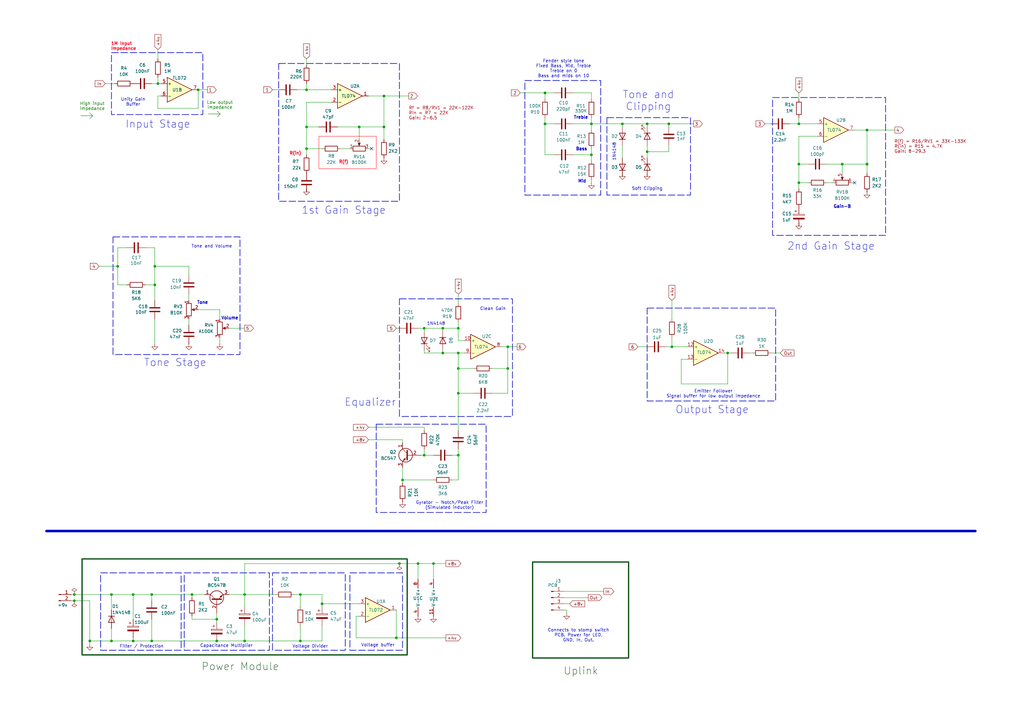
<source format=kicad_sch>
(kicad_sch (version 20231120) (generator "eeschema") (generator_version "8.0")
  (paper "A3")
  (lib_symbols
    (symbol "Amplifier_Operational:TL072" (pin_names (offset 0.127))
      (property "Reference" "U" (at 0 5.08 0))
      (property "Value" "TL072" (at 0 -5.08 0))
      (symbol "TL072_1_1"
        (pin output line (at 7.62 0 180) (length 2.54) (name "~") (number "1"))
        (pin input line (at -7.62 -2.54 0) (length 2.54) (name "-") (number "2"))
        (pin input line (at -7.62 2.54 0) (length 2.54) (name "+") (number "3"))
      )
      (symbol "TL072_2_1"
        (pin input line (at -7.62 2.54 0) (length 2.54) (name "+") (number "5"))
        (pin input line (at -7.62 -2.54 0) (length 2.54) (name "-") (number "6"))
        (pin output line (at 7.62 0 180) (length 2.54) (name "~") (number "7"))
      )
      (symbol "TL072_3_1"
        (pin power_in line (at -2.54 -7.62 90) (length 3.81) (name "V-") (number "4"))
        (pin power_in line (at -2.54 7.62 270) (length 3.81) (name "V+") (number "8"))
      )
    )
    (symbol "Amplifier_Operational:TL074" (pin_names (offset 0.127))
      (property "Reference" "U" (at 0 5.08 0))
      (property "Value" "TL074" (at 0 -5.08 0))
      (symbol "TL074_1_1"
        (pin output line (at 7.62 0 180) (length 2.54) (name "~") (number "1"))
        (pin input line (at -7.62 -2.54 0) (length 2.54) (name "-") (number "2"))
        (pin input line (at -7.62 2.54 0) (length 2.54) (name "+") (number "3"))
      )
      (symbol "TL074_2_1"
        (pin input line (at -7.62 2.54 0) (length 2.54) (name "+") (number "5"))
        (pin input line (at -7.62 -2.54 0) (length 2.54) (name "-") (number "6"))
        (pin output line (at 7.62 0 180) (length 2.54) (name "~") (number "7"))
      )
      (symbol "TL074_3_1"
        (pin input line (at -7.62 2.54 0) (length 2.54) (name "+") (number "10"))
        (pin output line (at 7.62 0 180) (length 2.54) (name "~") (number "8"))
        (pin input line (at -7.62 -2.54 0) (length 2.54) (name "-") (number "9"))
      )
      (symbol "TL074_4_1"
        (pin input line (at -7.62 2.54 0) (length 2.54) (name "+") (number "12"))
        (pin input line (at -7.62 -2.54 0) (length 2.54) (name "-") (number "13"))
        (pin output line (at 7.62 0 180) (length 2.54) (name "~") (number "14"))
      )
      (symbol "TL074_5_1"
        (pin power_in line (at -2.54 -7.62 90) (length 3.81) (name "V-") (number "11"))
        (pin power_in line (at -2.54 7.62 270) (length 3.81) (name "V+") (number "4"))
      )
    )
    (symbol "Connector:Conn_01x02_Pin" (pin_names (offset 1.016) hide)
      (property "Reference" "J" (at 0 2.54 0))
      (property "Value" "Conn_01x02_Pin" (at 0 -5.08 0))
      (symbol "Conn_01x02_Pin_1_1"
        (pin passive line (at 5.08 0 180) (length 3.81) (name "Pin_1") (number "1"))
        (pin passive line (at 5.08 -2.54 180) (length 3.81) (name "Pin_2") (number "2"))
      )
    )
    (symbol "Connector:Conn_01x04_Pin" (pin_names (offset 1.016) hide)
      (property "Reference" "J" (at 0 5.08 0))
      (property "Value" "Conn_01x04_Pin" (at 0 -7.62 0))
      (symbol "Conn_01x04_Pin_1_1"
        (pin passive line (at 5.08 2.54 180) (length 3.81) (name "Pin_1") (number "1"))
        (pin passive line (at 5.08 0 180) (length 3.81) (name "Pin_2") (number "2"))
        (pin passive line (at 5.08 -2.54 180) (length 3.81) (name "Pin_3") (number "3"))
        (pin passive line (at 5.08 -5.08 180) (length 3.81) (name "Pin_4") (number "4"))
      )
    )
    (symbol "Device:C" (pin_numbers hide) (pin_names (offset 0.254))
      (property "Reference" "C" (at 0.635 2.54 0))
      (property "Value" "C" (at 0.635 -2.54 0))
      (symbol "C_1_1"
        (pin passive line (at 0 3.81 270) (length 2.794) (name "~") (number "1"))
        (pin passive line (at 0 -3.81 90) (length 2.794) (name "~") (number "2"))
      )
    )
    (symbol "Device:C_Polarized" (pin_numbers hide) (pin_names (offset 0.254))
      (property "Reference" "C" (at 0.635 2.54 0))
      (property "Value" "C_Polarized" (at 0.635 -2.54 0))
      (symbol "C_Polarized_1_1"
        (pin passive line (at 0 3.81 270) (length 2.794) (name "~") (number "1"))
        (pin passive line (at 0 -3.81 90) (length 2.794) (name "~") (number "2"))
      )
    )
    (symbol "Device:D" (pin_numbers hide) (pin_names (offset 1.016) hide)
      (property "Reference" "D" (at 0 2.54 0))
      (property "Value" "D" (at 0 -2.54 0))
      (symbol "D_1_1"
        (pin passive line (at -3.81 0 0) (length 2.54) (name "K") (number "1"))
        (pin passive line (at 3.81 0 180) (length 2.54) (name "A") (number "2"))
      )
    )
    (symbol "Device:LED" (pin_numbers hide) (pin_names (offset 1.016) hide)
      (property "Reference" "D" (at 0 2.54 0))
      (property "Value" "LED" (at 0 -2.54 0))
      (symbol "LED_1_1"
        (pin passive line (at -3.81 0 0) (length 2.54) (name "K") (number "1"))
        (pin passive line (at 3.81 0 180) (length 2.54) (name "A") (number "2"))
      )
    )
    (symbol "Device:R" (pin_numbers hide) (pin_names (offset 0))
      (property "Reference" "R" (at 2.032 0 90))
      (property "Value" "R" (at 0 0 90))
      (symbol "R_1_1"
        (pin passive line (at 0 3.81 270) (length 1.27) (name "~") (number "1"))
        (pin passive line (at 0 -3.81 90) (length 1.27) (name "~") (number "2"))
      )
    )
    (symbol "Device:R_Potentiometer" (pin_names (offset 1.016) hide)
      (property "Reference" "RV" (at -4.445 0 90))
      (property "Value" "R_Potentiometer" (at -2.54 0 90))
      (symbol "R_Potentiometer_1_1"
        (pin passive line (at 0 3.81 270) (length 1.27) (name "1") (number "1"))
        (pin passive line (at 3.81 0 180) (length 1.27) (name "2") (number "2"))
        (pin passive line (at 0 -3.81 90) (length 1.27) (name "3") (number "3"))
      )
    )
    (symbol "Device:R_Potentiometer_Dual_Separate" (pin_names (offset 1.016) hide)
      (property "Reference" "RV" (at -4.445 0 90))
      (property "Value" "R_Potentiometer_Dual_Separate" (at -2.54 0 90))
      (symbol "R_Potentiometer_Dual_Separate_1_1"
        (pin passive line (at 0 3.81 270) (length 1.27) (name "1") (number "1"))
        (pin passive line (at 3.81 0 180) (length 1.27) (name "2") (number "2"))
        (pin passive line (at 0 -3.81 90) (length 1.27) (name "3") (number "3"))
      )
      (symbol "R_Potentiometer_Dual_Separate_2_1"
        (pin passive line (at 0 3.81 270) (length 1.27) (name "4") (number "4"))
        (pin passive line (at 3.81 0 180) (length 1.27) (name "5") (number "5"))
        (pin passive line (at 0 -3.81 90) (length 1.27) (name "6") (number "6"))
      )
    )
    (symbol "Diode:1N914" (pin_numbers hide) (pin_names hide)
      (property "Reference" "D" (at 0 2.54 0))
      (property "Value" "1N914" (at 0 -2.54 0))
      (symbol "1N914_1_1"
        (pin passive line (at -3.81 0 0) (length 2.54) (name "K") (number "1"))
        (pin passive line (at 3.81 0 180) (length 2.54) (name "A") (number "2"))
      )
    )
    (symbol "Transistor_BJT:BC547" (pin_names (offset 0) hide)
      (property "Reference" "Q" (at 5.08 1.905 0))
      (property "Value" "BC547" (at 5.08 0 0))
      (symbol "BC547_1_1"
        (pin passive line (at 2.54 5.08 270) (length 2.54) (name "C") (number "1"))
        (pin input line (at -5.08 0 0) (length 5.08) (name "B") (number "2"))
        (pin passive line (at 2.54 -5.08 90) (length 2.54) (name "E") (number "3"))
      )
    )
    (symbol "Transistor_BJT:BC549" (pin_names (offset 0) hide)
      (property "Reference" "Q" (at 5.08 1.905 0))
      (property "Value" "BC549" (at 5.08 0 0))
      (symbol "BC549_1_1"
        (pin passive line (at 2.54 5.08 270) (length 2.54) (name "C") (number "1"))
        (pin input line (at -5.08 0 0) (length 5.08) (name "B") (number "2"))
        (pin passive line (at 2.54 -5.08 90) (length 2.54) (name "E") (number "3"))
      )
    )
    (symbol "power:GND" (power) (pin_numbers hide) (pin_names (offset 0) hide)
      (property "Value" "GND" (at 0 -3.81 0))
      (symbol "GND_1_1"
        (pin power_in line (at 0 0 270) (length 0) (name "~") (number "1"))
      )
    )
    (symbol "power:PWR_FLAG" (power) (pin_numbers hide) (pin_names (offset 0) hide)
      (property "Value" "PWR_FLAG" (at 0 3.81 0))
      (symbol "PWR_FLAG_0_0"
        (pin power_out line (at 0 0 90) (length 0) (name "~") (number "1"))
      )
    )
  )
  (junction (at 177.8 231.14))
  (junction (at 125.73 60.96))
  (junction (at 275.59 142.24))
  (junction (at 355.6 67.31))
  (junction (at 327.66 67.31))
  (junction (at 255.27 50.8))
  (junction (at 274.32 50.8))
  (junction (at 63.5 116.84))
  (junction (at 45.72 243.84))
  (junction (at 327.66 50.8))
  (junction (at 171.45 231.14))
  (junction (at 88.9 254))
  (junction (at 125.73 52.07))
  (junction (at 181.61 134.62))
  (junction (at 242.57 63.5))
  (junction (at 355.6 53.34))
  (junction (at 157.48 39.37))
  (junction (at 173.99 186.69))
  (junction (at 173.99 134.62))
  (junction (at 242.57 50.8))
  (junction (at 54.61 262.89))
  (junction (at 78.74 243.84))
  (junction (at 208.28 142.24))
  (junction (at 163.83 231.14))
  (junction (at 36.83 262.89))
  (junction (at 62.23 243.84))
  (junction (at 123.19 243.84))
  (junction (at 187.96 186.69))
  (junction (at 187.96 144.78))
  (junction (at 223.52 38.1))
  (junction (at 181.61 144.78))
  (junction (at 48.26 109.22))
  (junction (at 147.32 52.07))
  (junction (at 265.43 50.8))
  (junction (at 62.23 262.89))
  (junction (at 265.43 62.23))
  (junction (at 298.45 144.78))
  (junction (at 157.48 52.07))
  (junction (at 30.48 243.84))
  (junction (at 63.5 109.22))
  (junction (at 187.96 134.62))
  (junction (at 187.96 161.29))
  (junction (at 88.9 262.89))
  (junction (at 327.66 74.93))
  (junction (at 165.1 196.85))
  (junction (at 345.44 67.31))
  (junction (at 100.33 262.89))
  (junction (at 64.77 34.29))
  (junction (at 132.08 247.65))
  (junction (at 223.52 50.8))
  (junction (at 208.28 151.13))
  (junction (at 30.48 246.38))
  (junction (at 45.72 262.89))
  (junction (at 187.96 151.13))
  (junction (at 100.33 243.84))
  (junction (at 54.61 243.84))
  (junction (at 123.19 262.89))
  (junction (at 162.56 261.62))
  (junction (at 81.28 36.83))
  (junction (at 125.73 36.83))
  (no_connect (at 152.4 60.96))
  (no_connect (at 350.52 74.93))
  (wire (pts (xy 43.18 34.29) (xy 46.99 34.29)))
  (wire (pts (xy 173.99 186.69) (xy 177.8 186.69)))
  (wire (pts (xy 355.6 53.34) (xy 367.03 53.34)))
  (wire (pts (xy 279.4 147.32) (xy 281.94 147.32)))
  (wire (pts (xy 231.14 245.11) (xy 241.3 245.11)))
  (wire (pts (xy 327.66 67.31) (xy 331.47 67.31)))
  (wire (pts (xy 201.93 161.29) (xy 208.28 161.29)))
  (wire (pts (xy 208.28 142.24) (xy 208.28 151.13)))
  (wire (pts (xy 54.61 261.62) (xy 54.61 262.89)))
  (wire (pts (xy 157.48 52.07) (xy 157.48 57.15)))
  (wire (pts (xy 173.99 134.62) (xy 173.99 135.89)))
  (wire (pts (xy 173.99 186.69) (xy 173.99 184.15)))
  (wire (pts (xy 298.45 144.78) (xy 298.45 157.48)))
  (wire (pts (xy 36.83 262.89) (xy 45.72 262.89)))
  (wire (pts (xy 275.59 138.43) (xy 275.59 142.24)))
  (wire (pts (xy 231.14 242.57) (xy 247.65 242.57)))
  (wire (pts (xy 132.08 256.54) (xy 132.08 262.89)))
  (wire (pts (xy 123.19 262.89) (xy 132.08 262.89)))
  (wire (pts (xy 30.48 246.38) (xy 36.83 246.38)))
  (wire (pts (xy 132.08 247.65) (xy 147.32 247.65)))
  (wire (pts (xy 157.48 39.37) (xy 167.64 39.37)))
  (wire (pts (xy 208.28 142.24) (xy 212.09 142.24)))
  (wire (pts (xy 45.72 250.19) (xy 45.72 243.84)))
  (wire (pts (xy 100.33 231.14) (xy 163.83 231.14)))
  (wire (pts (xy 151.13 60.96) (xy 152.4 60.96)))
  (wire (pts (xy 165.1 191.77) (xy 165.1 196.85)))
  (wire (pts (xy 88.9 254) (xy 88.9 255.27)))
  (wire (pts (xy 45.72 243.84) (xy 54.61 243.84)))
  (wire (pts (xy 201.93 151.13) (xy 208.28 151.13)))
  (wire (pts (xy 181.61 143.51) (xy 181.61 144.78)))
  (wire (pts (xy 40.64 109.22) (xy 48.26 109.22)))
  (wire (pts (xy 187.96 151.13) (xy 187.96 161.29)))
  (wire (pts (xy 177.8 231.14) (xy 182.88 231.14)))
  (wire (pts (xy 132.08 243.84) (xy 132.08 247.65)))
  (wire (pts (xy 157.48 39.37) (xy 157.48 52.07)))
  (wire (pts (xy 100.33 231.14) (xy 100.33 243.84)))
  (wire (pts (xy 151.13 175.26) (xy 173.99 175.26)))
  (wire (pts (xy 165.1 196.85) (xy 177.8 196.85)))
  (wire (pts (xy 327.66 74.93) (xy 327.66 67.31)))
  (wire (pts (xy 162.56 261.62) (xy 182.88 261.62)))
  (wire (pts (xy 77.47 113.03) (xy 77.47 109.22)))
  (wire (pts (xy 275.59 142.24) (xy 281.94 142.24)))
  (wire (pts (xy 187.96 186.69) (xy 187.96 196.85)))
  (wire (pts (xy 93.98 134.62) (xy 100.33 134.62)))
  (wire (pts (xy 275.59 123.19) (xy 275.59 130.81)))
  (wire (pts (xy 100.33 243.84) (xy 113.03 243.84)))
  (wire (pts (xy 231.14 247.65) (xy 233.68 247.65)))
  (wire (pts (xy 265.43 64.77) (xy 265.43 62.23)))
  (wire (pts (xy 111.76 36.83) (xy 114.3 36.83)))
  (wire (pts (xy 66.04 39.37) (xy 64.77 39.37)))
  (wire (pts (xy 261.62 142.24) (xy 265.43 142.24)))
  (wire (pts (xy 36.83 264.16) (xy 36.83 262.89)))
  (wire (pts (xy 279.4 157.48) (xy 279.4 147.32)))
  (wire (pts (xy 181.61 144.78) (xy 187.96 144.78)))
  (wire (pts (xy 62.23 243.84) (xy 62.23 246.38)))
  (wire (pts (xy 139.7 60.96) (xy 143.51 60.96)))
  (wire (pts (xy 298.45 144.78) (xy 299.72 144.78)))
  (wire (pts (xy 78.74 243.84) (xy 78.74 245.11)))
  (wire (pts (xy 187.96 184.15) (xy 187.96 186.69)))
  (wire (pts (xy 242.57 60.96) (xy 242.57 63.5)))
  (wire (pts (xy 234.95 63.5) (xy 242.57 63.5)))
  (wire (pts (xy 63.5 116.84) (xy 63.5 123.19)))
  (wire (pts (xy 265.43 52.07) (xy 265.43 50.8)))
  (wire (pts (xy 36.83 246.38) (xy 36.83 262.89)))
  (wire (pts (xy 54.61 243.84) (xy 62.23 243.84)))
  (wire (pts (xy 165.1 196.85) (xy 165.1 198.12)))
  (wire (pts (xy 151.13 180.34) (xy 165.1 180.34)))
  (wire (pts (xy 125.73 77.47) (xy 125.73 78.74)))
  (wire (pts (xy 63.5 109.22) (xy 77.47 109.22)))
  (wire (pts (xy 265.43 50.8) (xy 274.32 50.8)))
  (wire (pts (xy 147.32 52.07) (xy 157.48 52.07)))
  (wire (pts (xy 171.45 231.14) (xy 177.8 231.14)))
  (wire (pts (xy 146.05 252.73) (xy 146.05 261.62)))
  (wire (pts (xy 125.73 52.07) (xy 125.73 60.96)))
  (wire (pts (xy 54.61 262.89) (xy 62.23 262.89)))
  (wire (pts (xy 63.5 130.81) (xy 63.5 140.97)))
  (wire (pts (xy 355.6 53.34) (xy 355.6 67.31)))
  (wire (pts (xy 90.17 127) (xy 81.28 127)))
  (wire (pts (xy 163.83 231.14) (xy 171.45 231.14)))
  (wire (pts (xy 63.5 101.6) (xy 63.5 109.22)))
  (wire (pts (xy 327.66 55.88) (xy 327.66 67.31)))
  (wire (pts (xy 327.66 38.1) (xy 327.66 40.64)))
  (wire (pts (xy 232.41 250.19) (xy 232.41 251.46)))
  (wire (pts (xy 339.09 67.31) (xy 345.44 67.31)))
  (wire (pts (xy 223.52 38.1) (xy 223.52 40.64)))
  (wire (pts (xy 327.66 50.8) (xy 335.28 50.8)))
  (wire (pts (xy 48.26 109.22) (xy 48.26 116.84)))
  (wire (pts (xy 162.56 134.62) (xy 163.83 134.62)))
  (wire (pts (xy 205.74 142.24) (xy 208.28 142.24)))
  (wire (pts (xy 77.47 120.65) (xy 77.47 123.19)))
  (wire (pts (xy 100.33 243.84) (xy 100.33 248.92)))
  (wire (pts (xy 223.52 50.8) (xy 223.52 63.5)))
  (wire (pts (xy 78.74 243.84) (xy 83.82 243.84)))
  (wire (pts (xy 255.27 71.12) (xy 255.27 72.39)))
  (wire (pts (xy 165.1 180.34) (xy 165.1 181.61)))
  (wire (pts (xy 81.28 36.83) (xy 85.09 36.83)))
  (wire (pts (xy 242.57 73.66) (xy 242.57 74.93)))
  (wire (pts (xy 185.42 186.69) (xy 187.96 186.69)))
  (wire (pts (xy 242.57 50.8) (xy 234.95 50.8)))
  (wire (pts (xy 93.98 243.84) (xy 100.33 243.84)))
  (wire (pts (xy 223.52 50.8) (xy 227.33 50.8)))
  (wire (pts (xy 59.69 101.6) (xy 63.5 101.6)))
  (wire (pts (xy 125.73 36.83) (xy 135.89 36.83)))
  (wire (pts (xy 173.99 175.26) (xy 173.99 176.53)))
  (wire (pts (xy 297.18 144.78) (xy 298.45 144.78)))
  (wire (pts (xy 187.96 176.53) (xy 187.96 161.29)))
  (wire (pts (xy 187.96 132.08) (xy 187.96 134.62)))
  (wire (pts (xy 81.28 36.83) (xy 81.28 44.45)))
  (wire (pts (xy 255.27 50.8) (xy 265.43 50.8)))
  (wire (pts (xy 62.23 262.89) (xy 88.9 262.89)))
  (wire (pts (xy 242.57 38.1) (xy 242.57 40.64)))
  (wire (pts (xy 187.96 151.13) (xy 194.31 151.13)))
  (wire (pts (xy 125.73 24.13) (xy 125.73 26.67)))
  (wire (pts (xy 88.9 254) (xy 88.9 251.46)))
  (wire (pts (xy 187.96 120.65) (xy 187.96 124.46)))
  (wire (pts (xy 171.45 237.49) (xy 171.45 231.14)))
  (wire (pts (xy 52.07 101.6) (xy 48.26 101.6)))
  (wire (pts (xy 78.74 252.73) (xy 78.74 254)))
  (wire (pts (xy 327.66 74.93) (xy 327.66 77.47)))
  (wire (pts (xy 255.27 64.77) (xy 255.27 59.69)))
  (wire (pts (xy 63.5 109.22) (xy 63.5 116.84)))
  (wire (pts (xy 327.66 74.93) (xy 331.47 74.93)))
  (wire (pts (xy 181.61 134.62) (xy 187.96 134.62)))
  (wire (pts (xy 64.77 34.29) (xy 64.77 31.75)))
  (wire (pts (xy 298.45 157.48) (xy 279.4 157.48)))
  (wire (pts (xy 78.74 254) (xy 88.9 254)))
  (wire (pts (xy 255.27 52.07) (xy 255.27 50.8)))
  (wire (pts (xy 255.27 50.8) (xy 242.57 50.8)))
  (wire (pts (xy 172.72 186.69) (xy 173.99 186.69)))
  (wire (pts (xy 151.13 39.37) (xy 157.48 39.37)))
  (wire (pts (xy 234.95 38.1) (xy 242.57 38.1)))
  (wire (pts (xy 30.48 243.84) (xy 29.21 243.84)))
  (wire (pts (xy 62.23 243.84) (xy 78.74 243.84)))
  (wire (pts (xy 194.31 161.29) (xy 187.96 161.29)))
  (wire (pts (xy 177.8 237.49) (xy 177.8 231.14)))
  (wire (pts (xy 339.09 74.93) (xy 341.63 74.93)))
  (wire (pts (xy 265.43 62.23) (xy 274.32 62.23)))
  (wire (pts (xy 345.44 67.31) (xy 355.6 67.31)))
  (wire (pts (xy 208.28 151.13) (xy 208.28 161.29)))
  (wire (pts (xy 100.33 262.89) (xy 123.19 262.89)))
  (wire (pts (xy 54.61 254) (xy 54.61 243.84)))
  (wire (pts (xy 125.73 60.96) (xy 125.73 63.5)))
  (wire (pts (xy 30.48 243.84) (xy 45.72 243.84)))
  (wire (pts (xy 355.6 53.34) (xy 350.52 53.34)))
  (wire (pts (xy 48.26 101.6) (xy 48.26 109.22)))
  (wire (pts (xy 355.6 67.31) (xy 355.6 71.12)))
  (wire (pts (xy 242.57 63.5) (xy 242.57 66.04)))
  (wire (pts (xy 123.19 243.84) (xy 132.08 243.84)))
  (wire (pts (xy 173.99 144.78) (xy 181.61 144.78)))
  (wire (pts (xy 125.73 41.91) (xy 125.73 52.07)))
  (wire (pts (xy 62.23 254) (xy 62.23 262.89)))
  (wire (pts (xy 125.73 52.07) (xy 130.81 52.07)))
  (wire (pts (xy 123.19 243.84) (xy 120.65 243.84)))
  (wire (pts (xy 265.43 71.12) (xy 265.43 72.39)))
  (wire (pts (xy 64.77 39.37) (xy 64.77 44.45)))
  (wire (pts (xy 323.85 50.8) (xy 327.66 50.8)))
  (wire (pts (xy 213.36 38.1) (xy 223.52 38.1)))
  (wire (pts (xy 138.43 52.07) (xy 147.32 52.07)))
  (polyline (pts (xy 19.05 217.805) (xy 400.05 217.805)) (stroke (width 1.016)))
  (wire (pts (xy 147.32 52.07) (xy 147.32 57.15)))
  (wire (pts (xy 123.19 256.54) (xy 123.19 262.89)))
  (wire (pts (xy 45.72 257.81) (xy 45.72 262.89)))
  (wire (pts (xy 88.9 262.89) (xy 100.33 262.89)))
  (wire (pts (xy 135.89 41.91) (xy 125.73 41.91)))
  (wire (pts (xy 59.69 116.84) (xy 63.5 116.84)))
  (wire (pts (xy 345.44 67.31) (xy 345.44 71.12)))
  (wire (pts (xy 273.05 142.24) (xy 275.59 142.24)))
  (wire (pts (xy 185.42 196.85) (xy 187.96 196.85)))
  (wire (pts (xy 77.47 130.81) (xy 77.47 133.35)))
  (wire (pts (xy 335.28 55.88) (xy 327.66 55.88)))
  (wire (pts (xy 121.92 36.83) (xy 125.73 36.83)))
  (wire (pts (xy 90.17 130.81) (xy 90.17 127)))
  (wire (pts (xy 231.14 250.19) (xy 232.41 250.19)))
  (wire (pts (xy 45.72 262.89) (xy 54.61 262.89)))
  (wire (pts (xy 123.19 243.84) (xy 123.19 248.92)))
  (wire (pts (xy 327.66 91.44) (xy 327.66 92.71)))
  (wire (pts (xy 223.52 48.26) (xy 223.52 50.8)))
  (wire (pts (xy 316.23 144.78) (xy 320.04 144.78)))
  (wire (pts (xy 90.17 138.43) (xy 90.17 140.97)))
  (wire (pts (xy 187.96 144.78) (xy 187.96 151.13)))
  (wire (pts (xy 223.52 63.5) (xy 227.33 63.5)))
  (wire (pts (xy 187.96 134.62) (xy 187.96 139.7)))
  (wire (pts (xy 64.77 44.45) (xy 81.28 44.45)))
  (wire (pts (xy 146.05 252.73) (xy 147.32 252.73)))
  (wire (pts (xy 349.25 74.93) (xy 350.52 74.93)))
  (wire (pts (xy 64.77 34.29) (xy 66.04 34.29)))
  (wire (pts (xy 181.61 134.62) (xy 181.61 135.89)))
  (wire (pts (xy 173.99 143.51) (xy 173.99 144.78)))
  (wire (pts (xy 173.99 134.62) (xy 181.61 134.62)))
  (wire (pts (xy 190.5 139.7) (xy 187.96 139.7)))
  (wire (pts (xy 223.52 38.1) (xy 227.33 38.1)))
  (wire (pts (xy 100.33 256.54) (xy 100.33 262.89)))
  (wire (pts (xy 242.57 48.26) (xy 242.57 50.8)))
  (wire (pts (xy 313.69 50.8) (xy 316.23 50.8)))
  (wire (pts (xy 62.23 34.29) (xy 64.77 34.29)))
  (wire (pts (xy 265.43 59.69) (xy 265.43 62.23)))
  (wire (pts (xy 274.32 52.07) (xy 274.32 50.8)))
  (wire (pts (xy 146.05 261.62) (xy 162.56 261.62)))
  (wire (pts (xy 274.32 50.8) (xy 284.48 50.8)))
  (wire (pts (xy 125.73 34.29) (xy 125.73 36.83)))
  (wire (pts (xy 125.73 60.96) (xy 132.08 60.96)))
  (wire (pts (xy 171.45 134.62) (xy 173.99 134.62)))
  (wire (pts (xy 30.48 246.38) (xy 29.21 246.38)))
  (wire (pts (xy 132.08 247.65) (xy 132.08 248.92)))
  (wire (pts (xy 242.57 50.8) (xy 242.57 53.34)))
  (wire (pts (xy 48.26 116.84) (xy 52.07 116.84)))
  (wire (pts (xy 162.56 261.62) (xy 162.56 250.19)))
  (wire (pts (xy 187.96 144.78) (xy 190.5 144.78)))
  (wire (pts (xy 64.77 20.32) (xy 64.77 24.13)))
  (wire (pts (xy 307.34 144.78) (xy 308.61 144.78)))
  (wire (pts (xy 274.32 62.23) (xy 274.32 59.69)))
  (wire (pts (xy 327.66 48.26) (xy 327.66 50.8)))
  (rectangle (start 215.265 33.02) (end 246.38 80.01) (stroke (width 0.254) (type dash)))
  (rectangle (start 143.51 234.95) (end 165.1 266.7) (stroke (width 0.254) (type dash)))
  (rectangle (start 114.3 26.035) (end 163.83 82.55) (stroke (width 0.254) (type dash)))
  (rectangle (start 41.275 234.95) (end 74.295 266.7) (stroke (width 0.254) (type dash)))
  (rectangle (start 248.92 48.26) (end 283.21 80.01) (stroke (width 0.254) (type dash)))
  (rectangle (start 33.655 229.235) (end 167.005 268.605) (stroke (width 0.508) (color 5 77 14 1)))
  (rectangle (start 45.72 21.59) (end 83.185 46.99) (stroke (width 0.254) (type dash)))
  (rectangle (start 316.865 40.005) (end 363.22 96.52) (stroke (width 0.254) (type dash)))
  (rectangle (start 265.43 126.365) (end 318.135 164.465) (stroke (width 0.254) (type dash)))
  (rectangle (start 75.565 234.95) (end 110.49 266.7) (stroke (width 0.254) (type dash)))
  (rectangle (start 46.355 97.155) (end 98.425 145.415) (stroke (width 0.254) (type dash)))
  (rectangle (start 130.81 55.88) (end 154.305 69.215) (stroke (width 0) (color 255 4 15 1)))
  (rectangle (start 154.305 173.99) (end 199.39 210.185) (stroke (width 0.254) (type dash)))
  (rectangle (start 163.83 122.555) (end 210.185 170.815) (stroke (width 0.254) (type dash)))
  (rectangle (start 111.76 234.95) (end 141.605 266.7) (stroke (width 0.254) (type dash)))
  (rectangle (start 218.44 230.505) (end 257.81 269.875) (stroke (width 0.508) (color 5 77 14 1)))
  (text "1N4148" (at 251.968 66.04 90) (effects (font (size 1.27 1.27)) (justify left)))
  (text "Capacitance Multiplier" (at 82.042 264.922 0) (effects (font (size 1.27 1.27)) (justify left)))
  (text "Volume" (at 94.234 130.556 0) (effects (font (size 1.27 1.27) (thickness 0.254) (bold yes))))
  (text "Output Stage" (at 292.1 168.148 0) (effects (font (size 3.048 3.048))))
  (text "2nd Gain Stage" (at 340.868 101.092 0) (effects (font (size 3.048 3.048))))
  (text "→" (at 87.884 46.482 0) (effects (font (size 6.35 6.35))))
  (text "→" (at 35.56 47.244 0) (effects (font (size 6.35 6.35))))
  (text "Equalizer" (at 151.892 165.1 0) (effects (font (size 3.048 3.048))))
  (text "Tone" (at 83.058 124.206 0) (effects (font (size 1.27 1.27) (thickness 0.254) (bold yes))))
  (text "Voltage Divider" (at 119.888 265.176 0) (effects (font (size 1.27 1.27)) (justify left)))
  (text "Uplink" (at 238.252 275.336 0) (effects (font (size 3.048 3.048))))
  (text "1M Input\nImpedance" (at 45.466 19.05 0) (effects (font (size 1.27 1.27) (thickness 0.254) (bold yes)) (justify left)))
  (text "Mid" (at 238.76 74.422 0) (effects (font (size 1.27 1.27) (thickness 0.254) (bold yes))))
  (text "Input Stage" (at 64.77 51.054 0) (effects (font (size 3.048 3.048))))
  (text "Filter / Protection" (at 49.022 265.176 0) (effects (font (size 1.27 1.27)) (justify left)))
  (text "Tone Stage" (at 71.882 148.844 0) (effects (font (size 3.048 3.048))))
  (text "R(f)" (at 140.97 66.548 0) (effects (font (size 1.27 1.27) (thickness 0.254) (bold yes))))
  (text "Voltage buffer" (at 148.082 264.668 0) (effects (font (size 1.27 1.27)) (justify left)))
  (text "Tone and Volume" (at 86.868 101.092 0) (effects (font (size 1.27 1.27))))
  (text "Rf = R8/RV1 = 22K-122K\nRin = R7 = 22K\nGain: 2-6.5" (at 167.64 46.482 0) (effects (font (size 1.27 1.27)) (justify left)))
  (text "Fender style tone\nFixed Bass, Mid, Treble\nTreble on 0\nBass and mids on 10" (at 231.14 28.194 0) (effects (font (size 1.27 1.27))))
  (text "R(in)" (at 121.158 62.992 0) (effects (font (size 1.27 1.27) (thickness 0.254) (bold yes))))
  (text "High input\nimpedance" (at 37.846 43.688 0) (effects (font (size 1.27 1.27))))
  (text "Treble" (at 238.252 48.26 0) (effects (font (size 1.27 1.27) (thickness 0.254) (bold yes))))
  (text "Low output\nimpedance" (at 90.17 43.18 0) (effects (font (size 1.27 1.27))))
  (text "1N4148" (at 182.626 132.842 0) (effects (font (size 1.27 1.27)) (justify right)))
  (text "Connects to stomp switch\nPCB. Power for LED,\nGND, In, Out." (at 237.236 260.604 0) (effects (font (size 1.27 1.27))))
  (text "Clean Gain" (at 202.184 126.746 0) (effects (font (size 1.27 1.27))))
  (text "Soft Clipping" (at 265.43 77.47 0) (effects (font (size 1.27 1.27))))
  (text "Power Module" (at 98.552 273.558 0) (effects (font (size 3.048 3.048))))
  (text "Bass" (at 238.506 61.214 0) (effects (font (size 1.27 1.27) (thickness 0.254) (bold yes))))
  (text "Gain-B" (at 345.44 84.836 0) (effects (font (size 1.27 1.27) (thickness 0.254) (bold yes))))
  (text "1st Gain Stage" (at 140.97 86.36 0) (effects (font (size 3.048 3.048))))
  (text "Tone and\nClipping" (at 265.938 41.402 0) (effects (font (size 3.048 3.048))))
  (text "Emitter Follower\nSignal buffer for low output impedance" (at 292.608 161.544 0) (effects (font (size 1.27 1.27))))
  (text "Unity Gain\nBuffer" (at 54.61 41.91 0) (effects (font (size 1.27 1.27))))
  (text "R(f) = R16/RV1 = 33K-133K\nR(in) = R15 = 4.7K\nGain: 8-29.3" (at 366.776 60.198 0) (effects (font (size 1.27 1.27)) (justify left)))
  (text "Gyrator - Notch/Peak Filter\n(Simulated inductor)" (at 184.404 207.264 0) (effects (font (size 1.27 1.27))))
  (global_label "In" (shape input) (at 43.18 34.29 180) (property "Intersheetrefs" "${INTERSHEET_REFS}" (effects (hide yes))))
  (global_label "4" (shape input) (at 40.64 109.22 180) (property "Intersheetrefs" "${INTERSHEET_REFS}" (effects (hide yes))))
  (global_label "1" (shape input) (at 111.76 36.83 180) (property "Intersheetrefs" "${INTERSHEET_REFS}" (effects (hide yes))))
  (global_label "+8v" (shape input) (at 151.13 180.34 180) (property "Intersheetrefs" "${INTERSHEET_REFS}" (effects (hide yes))))
  (global_label "+4v" (shape input) (at 275.59 123.19 90) (property "Intersheetrefs" "${INTERSHEET_REFS}" (effects (hide yes))))
  (global_label "1" (shape output) (at 85.09 36.83 0) (property "Intersheetrefs" "${INTERSHEET_REFS}" (effects (hide yes))))
  (global_label "+8v" (shape input) (at 233.68 247.65 0) (property "Intersheetrefs" "${INTERSHEET_REFS}" (effects (hide yes))))
  (global_label "3" (shape input) (at 313.69 50.8 180) (property "Intersheetrefs" "${INTERSHEET_REFS}" (effects (hide yes))))
  (global_label "+4v" (shape input) (at 327.66 38.1 90) (property "Intersheetrefs" "${INTERSHEET_REFS}" (effects (hide yes))))
  (global_label "Out" (shape input) (at 320.04 144.78 0) (property "Intersheetrefs" "${INTERSHEET_REFS}" (effects (hide yes))))
  (global_label "+8v" (shape output) (at 182.88 231.14 0) (property "Intersheetrefs" "${INTERSHEET_REFS}" (effects (hide yes))))
  (global_label "3" (shape output) (at 284.48 50.8 0) (property "Intersheetrefs" "${INTERSHEET_REFS}" (effects (hide yes))))
  (global_label "+4v" (shape input) (at 187.96 120.65 90) (property "Intersheetrefs" "${INTERSHEET_REFS}" (effects (hide yes))))
  (global_label "2" (shape input) (at 213.36 38.1 180) (property "Intersheetrefs" "${INTERSHEET_REFS}" (effects (hide yes))))
  (global_label "+4v" (shape output) (at 182.88 261.62 0) (property "Intersheetrefs" "${INTERSHEET_REFS}" (effects (hide yes))))
  (global_label "+4v" (shape input) (at 64.77 20.32 90) (property "Intersheetrefs" "${INTERSHEET_REFS}" (effects (hide yes))))
  (global_label "5" (shape input) (at 162.56 134.62 180) (property "Intersheetrefs" "${INTERSHEET_REFS}" (effects (hide yes))))
  (global_label "+4v" (shape input) (at 125.73 24.13 90) (property "Intersheetrefs" "${INTERSHEET_REFS}" (effects (hide yes))))
  (global_label "5" (shape output) (at 100.33 134.62 0) (property "Intersheetrefs" "${INTERSHEET_REFS}" (effects (hide yes))))
  (global_label "2" (shape output) (at 167.64 39.37 0) (property "Intersheetrefs" "${INTERSHEET_REFS}" (effects (hide yes))))
  (global_label "Out" (shape output) (at 241.3 245.11 0) (property "Intersheetrefs" "${INTERSHEET_REFS}" (effects (hide yes))))
  (global_label "4" (shape output) (at 367.03 53.34 0) (property "Intersheetrefs" "${INTERSHEET_REFS}" (effects (hide yes))))
  (global_label "+4v" (shape input) (at 151.13 175.26 180) (property "Intersheetrefs" "${INTERSHEET_REFS}" (effects (hide yes))))
  (global_label "In" (shape output) (at 247.65 242.57 0) (property "Intersheetrefs" "${INTERSHEET_REFS}" (effects (hide yes))))
  (global_label "6" (shape input) (at 261.62 142.24 180) (property "Intersheetrefs" "${INTERSHEET_REFS}" (effects (hide yes))))
  (global_label "6" (shape output) (at 212.09 142.24 0) (property "Intersheetrefs" "${INTERSHEET_REFS}" (effects (hide yes))))
  (symbol (lib_id "Transistor_BJT:BC549") (at 167.64 186.69 0) (mirror y) (unit 1)
    (property "Reference" "Q2" (at 162.56 185.4199 0) (effects (justify left)))
    (property "Value" "BC547" (at 162.56 187.9599 0) (effects (justify left)))
    (property "Footprint" "Package_TO_SOT_THT:TO-92_Inline_Wide" (effects (hide yes)))
    (property "Datasheet" "https://www.onsemi.com/pub/Collateral/BC550-D.pdf" (effects (hide yes)))
    (property "Description" "0.1A Ic, 30V Vce, Small Signal NPN Transistor, TO-92" (effects (hide yes)))
    (property "Notes" "Low noise" (effects (hide yes)))
  )
  (symbol (lib_id "Device:C") (at 63.5 127 180) (unit 1)
    (property "Reference" "C18" (at 58.674 125.73 0))
    (property "Value" "10nF" (at 57.912 128.016 0))
    (property "Footprint" "Capacitor_THT:C_Rect_L7.2mm_W2.5mm_P5.00mm_FKS2_FKP2_MKS2_MKP2" (effects (hide yes)))
    (property "Description" "Unpolarized capacitor" (effects (hide yes)))
  )
  (symbol (lib_id "power:GND") (at 36.83 264.16 0) (unit 1)
    (property "Reference" "#PWR01" (effects (hide yes)))
    (property "Value" "GND" (effects (hide yes)))
    (property "Description" "Power symbol creates a global label with name \"GND\" , ground" (effects (hide yes)))
  )
  (symbol (lib_id "power:GND") (at 242.57 74.93 0) (unit 1)
    (property "Reference" "#PWR08" (effects (hide yes)))
    (property "Value" "GND" (effects (hide yes)))
    (property "Description" "Power symbol creates a global label with name \"GND\" , ground" (effects (hide yes)))
  )
  (symbol (lib_id "Amplifier_Operational:TL074") (at 180.34 245.11 0) (unit 5)
    (property "Reference" "U2" (at 176.022 245.618 0) (effects (justify left)))
    (property "Value" "TL074" (effects (hide yes)))
    (property "Footprint" "Package_DIP:DIP-14_W7.62mm" (effects (hide yes)))
    (property "Datasheet" "http://www.ti.com/lit/ds/symlink/tl071.pdf" (effects (hide yes)))
    (property "Description" "Quad Low-Noise JFET-Input Operational Amplifiers, DIP-14/SOIC-14" (effects (hide yes)))
  )
  (symbol (lib_id "Device:R") (at 335.28 74.93 270) (unit 1)
    (property "Reference" "R16" (at 335.28 77.978 90))
    (property "Value" "33K" (at 335.28 80.518 90))
    (property "Footprint" "Resistor_THT:R_Axial_DIN0207_L6.3mm_D2.5mm_P10.16mm_Horizontal" (effects (hide yes)))
    (property "Description" "Resistor" (effects (hide yes)))
  )
  (symbol (lib_id "Device:C") (at 58.42 34.29 90) (unit 1)
    (property "Reference" "C6" (at 58.42 26.67 90))
    (property "Value" "100nF" (at 58.42 29.21 90))
    (property "Footprint" "Capacitor_THT:C_Rect_L7.2mm_W2.5mm_P5.00mm_FKS2_FKP2_MKS2_MKP2" (effects (hide yes)))
    (property "Description" "Unpolarized capacitor" (effects (hide yes)))
  )
  (symbol (lib_id "Device:R") (at 187.96 128.27 0) (unit 1)
    (property "Reference" "R19" (at 183.388 129.794 0))
    (property "Value" "470K" (at 183.388 127.254 0))
    (property "Footprint" "Resistor_THT:R_Axial_DIN0207_L6.3mm_D2.5mm_P10.16mm_Horizontal" (effects (hide yes)))
    (property "Description" "Resistor" (effects (hide yes)))
  )
  (symbol (lib_id "Device:R") (at 198.12 151.13 270) (unit 1)
    (property "Reference" "R20" (at 198.12 154.178 90))
    (property "Value" "6K8" (at 198.12 156.718 90))
    (property "Footprint" "Resistor_THT:R_Axial_DIN0207_L6.3mm_D2.5mm_P10.16mm_Horizontal" (effects (hide yes)))
    (property "Description" "Resistor" (effects (hide yes)))
  )
  (symbol (lib_id "Connector:Conn_01x02_Pin") (at 24.13 243.84 0) (unit 1)
    (property "Reference" "J1" (effects (hide yes)))
    (property "Value" "+9v" (at 25.654 248.158 0))
    (property "Footprint" "Connector_PinHeader_2.54mm:PinHeader_1x02_P2.54mm_Vertical" (effects (hide yes)))
    (property "Description" "Generic connector, single row, 01x02, script generated" (effects (hide yes)))
  )
  (symbol (lib_id "Device:R") (at 223.52 44.45 0) (unit 1)
    (property "Reference" "R10" (at 219.456 45.974 0))
    (property "Value" "100K" (at 219.456 43.434 0))
    (property "Footprint" "Resistor_THT:R_Axial_DIN0207_L6.3mm_D2.5mm_P10.16mm_Horizontal" (effects (hide yes)))
    (property "Description" "Resistor" (effects (hide yes)))
  )
  (symbol (lib_id "Amplifier_Operational:TL074") (at 198.12 142.24 0) (unit 3)
    (property "Reference" "U2" (at 199.644 137.922 0))
    (property "Value" "TL074" (at 197.358 142.24 0))
    (property "Footprint" "Package_DIP:DIP-14_W7.62mm" (effects (hide yes)))
    (property "Datasheet" "http://www.ti.com/lit/ds/symlink/tl071.pdf" (effects (hide yes)))
    (property "Description" "Quad Low-Noise JFET-Input Operational Amplifiers, DIP-14/SOIC-14" (effects (hide yes)))
  )
  (symbol (lib_id "Amplifier_Operational:TL072") (at 154.94 250.19 0) (unit 1)
    (property "Reference" "U1" (at 156.21 246.634 0))
    (property "Value" "TL072" (at 154.178 250.19 0))
    (property "Footprint" "Package_DIP:DIP-8_W7.62mm" (effects (hide yes)))
    (property "Datasheet" "http://www.ti.com/lit/ds/symlink/tl071.pdf" (effects (hide yes)))
    (property "Description" "Dual Low-Noise JFET-Input Operational Amplifiers, DIP-8/SOIC-8" (effects (hide yes)))
  )
  (symbol (lib_id "Device:R") (at 181.61 196.85 270) (unit 1)
    (property "Reference" "R23" (at 181.61 199.898 90))
    (property "Value" "3K6" (at 181.61 202.438 90))
    (property "Footprint" "Resistor_THT:R_Axial_DIN0207_L6.3mm_D2.5mm_P10.16mm_Horizontal" (effects (hide yes)))
    (property "Description" "Resistor" (effects (hide yes)))
  )
  (symbol (lib_id "Device:LED") (at 265.43 55.88 270) (unit 1)
    (property "Reference" "D4" (at 260.604 55.88 90) (effects (justify left)))
    (property "Value" "LED" (effects (hide yes)))
    (property "Footprint" "LED_THT:LED_D5.0mm" (effects (hide yes)))
    (property "Description" "Light emitting diode" (effects (hide yes)))
  )
  (symbol (lib_id "Device:C_Polarized") (at 88.9 259.08 0) (unit 1)
    (property "Reference" "C3" (at 92.71 256.9209 0) (effects (justify left)))
    (property "Value" "47uF" (at 92.71 259.4609 0) (effects (justify left)))
    (property "Footprint" "Capacitor_THT:CP_Radial_D5.0mm_P2.00mm" (effects (hide yes)))
    (property "Description" "Polarized capacitor" (effects (hide yes)))
  )
  (symbol (lib_id "Device:R") (at 157.48 60.96 180) (unit 1)
    (property "Reference" "R9" (at 159.258 59.436 0) (effects (justify right)))
    (property "Value" "2K2" (at 159.258 61.976 0) (effects (justify right)))
    (property "Footprint" "Resistor_THT:R_Axial_DIN0207_L6.3mm_D2.5mm_P10.16mm_Horizontal" (effects (hide yes)))
    (property "Description" "Resistor" (effects (hide yes)))
  )
  (symbol (lib_id "Amplifier_Operational:TL072") (at 73.66 36.83 0) (unit 2)
    (property "Reference" "U1" (at 72.644 36.83 0))
    (property "Value" "TL072" (at 73.66 32.004 0))
    (property "Footprint" "Package_DIP:DIP-8_W7.62mm" (effects (hide yes)))
    (property "Datasheet" "http://www.ti.com/lit/ds/symlink/tl071.pdf" (effects (hide yes)))
    (property "Description" "Dual Low-Noise JFET-Input Operational Amplifiers, DIP-8/SOIC-8" (effects (hide yes)))
  )
  (symbol (lib_id "Device:R") (at 78.74 248.92 0) (unit 1)
    (property "Reference" "R1" (at 81.28 247.6499 0) (effects (justify left)))
    (property "Value" "2K2" (at 81.28 250.1899 0) (effects (justify left)))
    (property "Footprint" "Resistor_THT:R_Axial_DIN0207_L6.3mm_D2.5mm_P10.16mm_Horizontal" (effects (hide yes)))
    (property "Description" "Resistor" (effects (hide yes)))
  )
  (symbol (lib_id "power:GND") (at 255.27 71.12 0) (unit 1)
    (property "Reference" "#PWR020" (effects (hide yes)))
    (property "Value" "GND" (effects (hide yes)))
    (property "Description" "Power symbol creates a global label with name \"GND\" , ground" (effects (hide yes)))
  )
  (symbol (lib_id "Diode:1N914") (at 255.27 68.58 90) (unit 1)
    (property "Reference" "D3" (at 250.698 68.58 90) (effects (justify right)))
    (property "Value" "1N4148" (effects (hide yes)))
    (property "Footprint" "Diode_THT:D_DO-35_SOD27_P7.62mm_Horizontal" (effects (hide yes)))
    (property "Datasheet" "http://www.vishay.com/docs/85622/1n914.pdf" (effects (hide yes)))
    (property "Description" "100V 0.3A Small Signal Fast Switching Diode, DO-35" (effects (hide yes)))
    (property "Sim.Device" "D" (effects (hide yes)))
    (property "Sim.Pins" "1=K 2=A" (effects (hide yes)))
  )
  (symbol (lib_id "Device:C_Polarized") (at 100.33 252.73 0) (unit 1)
    (property "Reference" "C4" (at 103.378 251.714 0) (effects (justify left)))
    (property "Value" "100uF" (at 103.378 254.254 0) (effects (justify left)))
    (property "Footprint" "Capacitor_THT:CP_Radial_D6.3mm_P2.50mm" (effects (hide yes)))
    (property "Description" "Polarized capacitor" (effects (hide yes)))
    (property "Notes" "Noise filter" (effects (hide yes)))
  )
  (symbol (lib_id "Device:R") (at 242.57 57.15 180) (unit 1)
    (property "Reference" "R13" (at 236.474 55.88 0) (effects (justify right)))
    (property "Value" "1M" (at 236.982 58.42 0) (effects (justify right)))
    (property "Footprint" "Resistor_THT:R_Axial_DIN0207_L6.3mm_D2.5mm_P10.16mm_Horizontal" (effects (hide yes)))
    (property "Description" "Resistor" (effects (hide yes)))
  )
  (symbol (lib_id "Device:R") (at 165.1 201.93 0) (unit 1)
    (property "Reference" "R21" (at 168.148 201.93 90))
    (property "Value" "10K" (at 170.688 201.93 90))
    (property "Footprint" "Resistor_THT:R_Axial_DIN0207_L6.3mm_D2.5mm_P10.16mm_Horizontal" (effects (hide yes)))
    (property "Description" "Resistor" (effects (hide yes)))
  )
  (symbol (lib_id "Device:R") (at 355.6 74.93 180) (unit 1)
    (property "Reference" "R17" (at 357.632 73.66 0) (effects (justify right)))
    (property "Value" "2K2" (at 357.632 76.2 0) (effects (justify right)))
    (property "Footprint" "Resistor_THT:R_Axial_DIN0207_L6.3mm_D2.5mm_P10.16mm_Horizontal" (effects (hide yes)))
    (property "Description" "Resistor" (effects (hide yes)))
  )
  (symbol (lib_id "power:GND") (at 63.5 140.97 0) (unit 1)
    (property "Reference" "#PWR013" (effects (hide yes)))
    (property "Value" "GND" (effects (hide yes)))
    (property "Description" "Power symbol creates a global label with name \"GND\" , ground" (effects (hide yes)))
  )
  (symbol (lib_id "Device:C") (at 118.11 36.83 90) (unit 1)
    (property "Reference" "C7" (at 118.364 41.402 90))
    (property "Value" "100nF" (at 118.364 43.942 90))
    (property "Footprint" "Capacitor_THT:C_Rect_L7.2mm_W2.5mm_P5.00mm_FKS2_FKP2_MKS2_MKP2" (effects (hide yes)))
    (property "Description" "Unpolarized capacitor" (effects (hide yes)))
  )
  (symbol (lib_id "Device:R") (at 242.57 44.45 0) (unit 1)
    (property "Reference" "R11" (at 238.252 43.434 0))
    (property "Value" "330K" (at 238.252 45.466 0))
    (property "Footprint" "Resistor_THT:R_Axial_DIN0207_L6.3mm_D2.5mm_P10.16mm_Horizontal" (effects (hide yes)))
    (property "Description" "Resistor" (effects (hide yes)))
  )
  (symbol (lib_id "Device:C") (at 335.28 67.31 90) (unit 1)
    (property "Reference" "C16" (at 335.28 60.706 90))
    (property "Value" "100pF" (at 335.28 63.246 90))
    (property "Footprint" "Capacitor_THT:C_Disc_D5.1mm_W3.2mm_P5.00mm" (effects (hide yes)))
    (property "Description" "Unpolarized capacitor" (effects (hide yes)))
  )
  (symbol (lib_id "Device:R") (at 64.77 27.94 0) (unit 1)
    (property "Reference" "R5" (at 67.31 26.6699 0) (effects (justify left)))
    (property "Value" "1M" (at 67.31 29.2099 0) (effects (justify left)))
    (property "Footprint" "Resistor_THT:R_Axial_DIN0207_L6.3mm_D2.5mm_P10.16mm_Horizontal" (effects (hide yes)))
    (property "Description" "Resistor" (effects (hide yes)))
    (property "Notes" "Biasing for Q2" (effects (hide yes)))
  )
  (symbol (lib_id "Device:R_Potentiometer_Dual_Separate") (at 345.44 74.93 90) (unit 2)
    (property "Reference" "RV1" (at 345.44 78.74 90))
    (property "Value" "B100K" (at 345.44 81.28 90))
    (property "Footprint" "Connector_PinHeader_2.54mm:PinHeader_1x06_P2.54mm_Vertical" (effects (hide yes)))
    (property "Description" "Dual potentiometer, separate units" (effects (hide yes)))
  )
  (symbol (lib_id "Device:C") (at 55.88 101.6 90) (unit 1)
    (property "Reference" "C17" (at 55.88 105.664 90))
    (property "Value" "10nF" (at 55.88 107.95 90))
    (property "Footprint" "Capacitor_THT:C_Rect_L7.2mm_W2.5mm_P5.00mm_FKS2_FKP2_MKS2_MKP2" (effects (hide yes)))
    (property "Description" "Unpolarized capacitor" (effects (hide yes)))
  )
  (symbol (lib_id "power:GND") (at 157.48 64.77 0) (unit 1)
    (property "Reference" "#PWR023" (effects (hide yes)))
    (property "Value" "GND" (effects (hide yes)))
    (property "Description" "Power symbol creates a global label with name \"GND\" , ground" (effects (hide yes)))
  )
  (symbol (lib_id "Device:LED") (at 265.43 68.58 270) (unit 1)
    (property "Reference" "D5" (at 260.604 68.58 90) (effects (justify left)))
    (property "Value" "LED" (effects (hide yes)))
    (property "Footprint" "LED_THT:LED_D5.0mm" (effects (hide yes)))
    (property "Description" "Light emitting diode" (effects (hide yes)))
  )
  (symbol (lib_id "Device:C") (at 181.61 186.69 90) (unit 1)
    (property "Reference" "C23" (at 181.61 191.262 90))
    (property "Value" "56nF" (at 181.61 193.802 90))
    (property "Footprint" "Capacitor_THT:C_Rect_L7.5mm_W6.5mm_P5.00mm" (effects (hide yes)))
    (property "Description" "Unpolarized capacitor" (effects (hide yes)))
  )
  (symbol (lib_id "Device:C") (at 198.12 161.29 90) (unit 1)
    (property "Reference" "C22" (at 198.12 165.862 90))
    (property "Value" "2.2nF" (at 198.12 168.402 90))
    (property "Footprint" "Capacitor_THT:C_Rect_L7.2mm_W2.5mm_P5.00mm_FKS2_FKP2_MKS2_MKP2" (effects (hide yes)))
    (property "Description" "Unpolarized capacitor" (effects (hide yes)))
  )
  (symbol (lib_id "power:GND") (at 232.41 251.46 0) (unit 1)
    (property "Reference" "#PWR07" (effects (hide yes)))
    (property "Value" "GND" (effects (hide yes)))
    (property "Description" "Power symbol creates a global label with name \"GND\" , ground" (effects (hide yes)))
  )
  (symbol (lib_id "power:GND") (at 327.66 91.44 0) (unit 1)
    (property "Reference" "#PWR05" (effects (hide yes)))
    (property "Value" "GND" (effects (hide yes)))
    (property "Description" "Power symbol creates a global label with name \"GND\" , ground" (effects (hide yes)))
  )
  (symbol (lib_id "power:GND") (at 165.1 205.74 0) (unit 1)
    (property "Reference" "#PWR015" (effects (hide yes)))
    (property "Value" "GND" (effects (hide yes)))
    (property "Description" "Power symbol creates a global label with name \"GND\" , ground" (effects (hide yes)))
  )
  (symbol (lib_id "Device:C") (at 187.96 180.34 180) (unit 1)
    (property "Reference" "C24" (at 192.532 180.34 90))
    (property "Value" "56nF" (at 195.072 180.34 90))
    (property "Footprint" "Capacitor_THT:C_Rect_L7.5mm_W6.5mm_P5.00mm" (effects (hide yes)))
    (property "Description" "Unpolarized capacitor" (effects (hide yes)))
  )
  (symbol (lib_id "Device:R") (at 327.66 44.45 0) (unit 1)
    (property "Reference" "R14" (at 321.818 42.926 0) (effects (justify left)))
    (property "Value" "1M" (at 322.326 45.466 0) (effects (justify left)))
    (property "Footprint" "Resistor_THT:R_Axial_DIN0207_L6.3mm_D2.5mm_P10.16mm_Horizontal" (effects (hide yes)))
    (property "Description" "Resistor" (effects (hide yes)))
    (property "Notes" "Bias Q3" (effects (hide yes)))
  )
  (symbol (lib_id "Device:R") (at 275.59 134.62 0) (unit 1)
    (property "Reference" "R28" (at 278.638 134.62 90))
    (property "Value" "100K" (at 281.178 134.62 90))
    (property "Footprint" "Resistor_THT:R_Axial_DIN0207_L6.3mm_D2.5mm_P10.16mm_Horizontal" (effects (hide yes)))
    (property "Description" "Resistor" (effects (hide yes)))
  )
  (symbol (lib_id "power:GND") (at 265.43 71.12 0) (unit 1)
    (property "Reference" "#PWR021" (effects (hide yes)))
    (property "Value" "GND" (effects (hide yes)))
    (property "Description" "Power symbol creates a global label with name \"GND\" , ground" (effects (hide yes)))
  )
  (symbol (lib_id "power:GND") (at 355.6 78.74 0) (unit 1)
    (property "Reference" "#PWR06" (effects (hide yes)))
    (property "Value" "GND" (effects (hide yes)))
    (property "Description" "Power symbol creates a global label with name \"GND\" , ground" (effects (hide yes)))
  )
  (symbol (lib_id "Device:C") (at 125.73 74.93 180) (unit 1)
    (property "Reference" "C8" (at 119.634 73.66 0) (effects (justify right)))
    (property "Value" "150nF" (at 116.332 76.454 0) (effects (justify right)))
    (property "Footprint" "Capacitor_THT:C_Rect_L7.2mm_W2.5mm_P5.00mm_FKS2_FKP2_MKS2_MKP2" (effects (hide yes)))
    (property "Description" "Unpolarized capacitor" (effects (hide yes)))
  )
  (symbol (lib_id "power:PWR_FLAG") (at 163.83 231.14 180) (unit 1)
    (property "Reference" "#FLG03" (effects (hide yes)))
    (property "Value" "PWR_FLAG" (effects (hide yes)))
    (property "Description" "Special symbol for telling ERC where power comes from" (effects (hide yes)))
  )
  (symbol (lib_id "Device:R") (at 125.73 67.31 180) (unit 1)
    (property "Reference" "R7" (at 119.888 66.294 0) (effects (justify right)))
    (property "Value" "22k" (at 119.888 68.834 0) (effects (justify right)))
    (property "Footprint" "Resistor_THT:R_Axial_DIN0207_L6.3mm_D2.5mm_P10.16mm_Horizontal" (effects (hide yes)))
    (property "Description" "Resistor" (effects (hide yes)))
  )
  (symbol (lib_id "Device:C") (at 269.24 142.24 90) (unit 1)
    (property "Reference" "C25" (at 269.494 135.636 90))
    (property "Value" "1uF" (at 269.494 138.43 90))
    (property "Footprint" "Capacitor_THT:C_Rect_L7.0mm_W6.0mm_P5.00mm" (effects (hide yes)))
    (property "Description" "Unpolarized capacitor" (effects (hide yes)))
  )
  (symbol (lib_id "Device:C") (at 77.47 137.16 180) (unit 1)
    (property "Reference" "C20" (at 72.644 135.636 0))
    (property "Value" "47nF" (at 71.882 138.176 0))
    (property "Footprint" "Capacitor_THT:C_Rect_L7.2mm_W2.5mm_P5.00mm_FKS2_FKP2_MKS2_MKP2" (effects (hide yes)))
    (property "Description" "Unpolarized capacitor" (effects (hide yes)))
  )
  (symbol (lib_id "power:GND") (at 125.73 77.47 0) (unit 1)
    (property "Reference" "#PWR04" (effects (hide yes)))
    (property "Value" "GND" (effects (hide yes)))
    (property "Description" "Power symbol creates a global label with name \"GND\" , ground" (effects (hide yes)))
  )
  (symbol (lib_id "power:GND") (at 90.17 140.97 0) (unit 1)
    (property "Reference" "#PWR014" (effects (hide yes)))
    (property "Value" "GND" (effects (hide yes)))
    (property "Description" "Power symbol creates a global label with name \"GND\" , ground" (effects (hide yes)))
  )
  (symbol (lib_id "Device:C") (at 320.04 50.8 90) (unit 1)
    (property "Reference" "C14" (at 320.04 54.864 90))
    (property "Value" "2.2nF" (at 320.04 57.404 90))
    (property "Footprint" "Capacitor_THT:C_Rect_L7.2mm_W2.5mm_P5.00mm_FKS2_FKP2_MKS2_MKP2" (effects (hide yes)))
    (property "Description" "Unpolarized capacitor" (effects (hide yes)))
  )
  (symbol (lib_id "Amplifier_Operational:TL074") (at 289.56 144.78 0) (unit 4)
    (property "Reference" "U2" (at 290.576 139.954 0))
    (property "Value" "TL074" (at 288.798 144.526 0))
    (property "Footprint" "Package_DIP:DIP-14_W7.62mm" (effects (hide yes)))
    (property "Datasheet" "http://www.ti.com/lit/ds/symlink/tl071.pdf" (effects (hide yes)))
    (property "Description" "Quad Low-Noise JFET-Input Operational Amplifiers, DIP-14/SOIC-14" (effects (hide yes)))
  )
  (symbol (lib_id "Device:C") (at 303.53 144.78 90) (unit 1)
    (property "Reference" "C26" (at 303.53 138.176 90))
    (property "Value" "1uF" (at 303.53 140.716 90))
    (property "Footprint" "Capacitor_THT:C_Rect_L7.0mm_W6.0mm_P5.00mm" (effects (hide yes)))
    (property "Description" "Unpolarized capacitor" (effects (hide yes)))
  )
  (symbol (lib_id "Device:R") (at 135.89 60.96 270) (unit 1)
    (property "Reference" "R8" (at 135.89 64.008 90))
    (property "Value" "22K" (at 135.89 66.548 90))
    (property "Footprint" "Resistor_THT:R_Axial_DIN0207_L6.3mm_D2.5mm_P10.16mm_Horizontal" (effects (hide yes)))
    (property "Description" "Resistor" (effects (hide yes)))
  )
  (symbol (lib_id "power:PWR_FLAG") (at 30.48 243.84 0) (unit 1)
    (property "Reference" "#FLG02" (effects (hide yes)))
    (property "Value" "PWR_FLAG" (effects (hide yes)))
    (property "Description" "Special symbol for telling ERC where power comes from" (effects (hide yes)))
  )
  (symbol (lib_id "Device:C") (at 77.47 116.84 180) (unit 1)
    (property "Reference" "C19" (at 72.4535 115.1255 0))
    (property "Value" "10nF" (at 72.136 117.856 0))
    (property "Footprint" "Capacitor_THT:C_Rect_L7.2mm_W2.5mm_P5.00mm_FKS2_FKP2_MKS2_MKP2" (effects (hide yes)))
    (property "Description" "Unpolarized capacitor" (effects (hide yes)))
  )
  (symbol (lib_id "Device:C_Polarized") (at 54.61 257.81 0) (unit 1)
    (property "Reference" "C1" (at 55.118 252.73 0) (effects (justify left)))
    (property "Value" "100uF" (at 55.118 255.27 0) (effects (justify left)))
    (property "Footprint" "Capacitor_THT:CP_Radial_D6.3mm_P2.50mm" (effects (hide yes)))
    (property "Description" "Electrolytic capacitor" (effects (hide yes)))
    (property "Notes" "Noise filter (low frequency)" (effects (hide yes)))
  )
  (symbol (lib_id "power:GND") (at 77.47 140.97 0) (unit 1)
    (property "Reference" "#PWR017" (effects (hide yes)))
    (property "Value" "GND" (effects (hide yes)))
    (property "Description" "Power symbol creates a global label with name \"GND\" , ground" (effects (hide yes)))
  )
  (symbol (lib_id "Device:C") (at 231.14 63.5 270) (unit 1)
    (property "Reference" "C12" (at 231.394 68.072 90))
    (property "Value" "47nF" (at 231.394 70.612 90))
    (property "Footprint" "Capacitor_THT:C_Rect_L7.2mm_W2.5mm_P5.00mm_FKS2_FKP2_MKS2_MKP2" (effects (hide yes)))
    (property "Description" "Unpolarized capacitor" (effects (hide yes)))
  )
  (symbol (lib_id "Device:C") (at 167.64 134.62 90) (unit 1)
    (property "Reference" "C21" (at 167.64 128.016 90))
    (property "Value" "47nF" (at 167.64 130.556 90))
    (property "Footprint" "Capacitor_THT:C_Rect_L7.2mm_W2.5mm_P5.00mm_FKS2_FKP2_MKS2_MKP2" (effects (hide yes)))
    (property "Description" "Unpolarized capacitor" (effects (hide yes)))
  )
  (symbol (lib_id "Device:R") (at 116.84 243.84 90) (unit 1)
    (property "Reference" "R2" (at 116.84 237.49 90))
    (property "Value" "10K" (at 116.84 240.03 90))
    (property "Footprint" "Resistor_THT:R_Axial_DIN0207_L6.3mm_D2.5mm_P10.16mm_Horizontal" (effects (hide yes)))
    (property "Description" "Resistor" (effects (hide yes)))
  )
  (symbol (lib_id "Device:R") (at 327.66 81.28 180) (unit 1)
    (property "Reference" "R15" (at 320.802 80.264 0) (effects (justify right)))
    (property "Value" "4K7" (at 320.802 82.804 0) (effects (justify right)))
    (property "Footprint" "Resistor_THT:R_Axial_DIN0207_L6.3mm_D2.5mm_P10.16mm_Horizontal" (effects (hide yes)))
    (property "Description" "Resistor" (effects (hide yes)))
  )
  (symbol (lib_id "Device:C") (at 231.14 38.1 90) (unit 1)
    (property "Reference" "C10" (at 231.14 42.164 90))
    (property "Value" "220pF" (at 231.14 44.704 90))
    (property "Footprint" "Capacitor_THT:C_Disc_D5.1mm_W3.2mm_P5.00mm" (effects (hide yes)))
    (property "Description" "Unpolarized capacitor" (effects (hide yes)))
  )
  (symbol (lib_id "Diode:1N914") (at 255.27 55.88 90) (unit 1)
    (property "Reference" "D2" (at 250.698 55.88 90) (effects (justify right)))
    (property "Value" "1N4148" (effects (hide yes)))
    (property "Footprint" "Diode_THT:D_DO-35_SOD27_P7.62mm_Horizontal" (effects (hide yes)))
    (property "Datasheet" "http://www.vishay.com/docs/85622/1n914.pdf" (effects (hide yes)))
    (property "Description" "100V 0.3A Small Signal Fast Switching Diode, DO-35" (effects (hide yes)))
    (property "Sim.Device" "D" (effects (hide yes)))
    (property "Sim.Pins" "1=K 2=A" (effects (hide yes)))
  )
  (symbol (lib_id "power:GND") (at 171.45 252.73 0) (unit 1)
    (property "Reference" "#PWR02" (effects (hide yes)))
    (property "Value" "GND" (effects (hide yes)))
    (property "Description" "Power symbol creates a global label with name \"GND\" , ground" (effects (hide yes)))
  )
  (symbol (lib_id "Transistor_BJT:BC547") (at 88.9 246.38 90) (unit 1)
    (property "Reference" "Q1" (at 88.9 237.49 90))
    (property "Value" "BC547B" (at 88.9 240.03 90))
    (property "Footprint" "Package_TO_SOT_THT:TO-92_Inline_Wide" (effects (hide yes)))
    (property "Datasheet" "https://www.onsemi.com/pub/Collateral/BC550-D.pdf" (effects (hide yes)))
    (property "Description" "0.1A Ic, 45V Vce, Small Signal NPN Transistor, TO-92" (effects (hide yes)))
  )
  (symbol (lib_id "power:PWR_FLAG") (at 30.48 246.38 180) (unit 1)
    (property "Reference" "#FLG01" (effects (hide yes)))
    (property "Value" "PWR_FLAG" (effects (hide yes)))
    (property "Description" "Special symbol for telling ERC where power comes from" (effects (hide yes)))
  )
  (symbol (lib_id "Device:R") (at 50.8 34.29 90) (unit 1)
    (property "Reference" "R4" (at 50.8 27.94 90))
    (property "Value" "10K" (at 50.8 30.48 90))
    (property "Footprint" "Resistor_THT:R_Axial_DIN0207_L6.3mm_D2.5mm_P10.16mm_Horizontal" (effects (hide yes)))
    (property "Description" "Resistor" (effects (hide yes)))
  )
  (symbol (lib_id "Device:C") (at 134.62 52.07 90) (unit 1)
    (property "Reference" "C9" (at 134.62 45.466 90))
    (property "Value" "47pF" (at 134.62 48.006 90))
    (property "Footprint" "Capacitor_THT:C_Disc_D5.1mm_W3.2mm_P5.00mm" (effects (hide yes)))
    (property "Description" "Unpolarized capacitor" (effects (hide yes)))
  )
  (symbol (lib_id "Amplifier_Operational:TL074") (at 342.9 53.34 0) (unit 2)
    (property "Reference" "U2" (at 344.932 49.276 0))
    (property "Value" "TL074" (at 342.138 53.34 0))
    (property "Footprint" "Package_DIP:DIP-14_W7.62mm" (effects (hide yes)))
    (property "Datasheet" "http://www.ti.com/lit/ds/symlink/tl071.pdf" (effects (hide yes)))
    (property "Description" "Quad Low-Noise JFET-Input Operational Amplifiers, DIP-14/SOIC-14" (effects (hide yes)))
  )
  (symbol (lib_id "Device:D") (at 45.72 254 270) (unit 1)
    (property "Reference" "D1" (at 45.974 248.666 90) (effects (justify left)))
    (property "Value" "1N4148" (at 45.974 251.206 90) (effects (justify left)))
    (property "Footprint" "Diode_THT:D_DO-35_SOD27_P7.62mm_Horizontal" (effects (hide yes)))
    (property "Description" "Diode" (effects (hide yes)))
    (property "Sim.Device" "D" (effects (hide yes)))
    (property "Sim.Pins" "1=K 2=A" (effects (hide yes)))
    (property "Notes" "Reverse-biased diode for polarity protection" (effects (hide yes)))
  )
  (symbol (lib_id "Device:R") (at 173.99 180.34 0) (unit 1)
    (property "Reference" "R22" (at 177.038 180.34 90))
    (property "Value" "470K" (at 179.578 180.34 90))
    (property "Footprint" "Resistor_THT:R_Axial_DIN0207_L6.3mm_D2.5mm_P10.16mm_Horizontal" (effects (hide yes)))
    (property "Description" "Resistor" (effects (hide yes)))
  )
  (symbol (lib_id "Device:R") (at 123.19 252.73 0) (unit 1)
    (property "Reference" "R3" (at 124.968 251.46 0) (effects (justify left)))
    (property "Value" "10K" (at 124.968 254 0) (effects (justify left)))
    (property "Footprint" "Resistor_THT:R_Axial_DIN0207_L6.3mm_D2.5mm_P10.16mm_Horizontal" (effects (hide yes)))
    (property "Description" "Resistor" (effects (hide yes)))
  )
  (symbol (lib_id "Device:C_Polarized") (at 327.66 88.9 0) (unit 1)
    (property "Reference" "C15" (at 320.802 87.63 0) (effects (justify left)))
    (property "Value" "1uF" (at 320.802 90.17 0) (effects (justify left)))
    (property "Footprint" "Capacitor_THT:CP_Radial_D4.0mm_P1.50mm" (effects (hide yes)))
    (property "Description" "Polarized capacitor" (effects (hide yes)))
  )
  (symbol (lib_id "Connector:Conn_01x04_Pin") (at 226.06 245.11 0) (unit 1)
    (property "Reference" "J3" (at 228.854 238.252 0))
    (property "Value" "PCB" (at 226.695 240.03 0))
    (property "Footprint" "Connector_PinHeader_2.54mm:PinHeader_1x04_P2.54mm_Vertical" (effects (hide yes)))
    (property "Description" "Generic connector, single row, 01x04, script generated" (effects (hide yes)))
  )
  (symbol (lib_id "Device:C_Polarized") (at 132.08 252.73 0) (unit 1)
    (property "Reference" "C5" (at 135.382 251.46 0) (effects (justify left)))
    (property "Value" "47uF" (at 135.382 254 0) (effects (justify left)))
    (property "Footprint" "Capacitor_THT:CP_Radial_D5.0mm_P2.00mm" (effects (hide yes)))
    (property "Description" "Polarized capacitor" (effects (hide yes)))
    (property "Notes" "Noise filter" (effects (hide yes)))
  )
  (symbol (lib_id "Diode:1N914") (at 181.61 139.7 270) (unit 1)
    (property "Reference" "D6" (at 184.912 140.97 0) (effects (justify right)))
    (property "Value" "1N4148" (effects (hide yes)))
    (property "Footprint" "Diode_THT:D_DO-35_SOD27_P7.62mm_Horizontal" (effects (hide yes)))
    (property "Datasheet" "http://www.vishay.com/docs/85622/1n914.pdf" (effects (hide yes)))
    (property "Description" "100V 0.3A Small Signal Fast Switching Diode, DO-35" (effects (hide yes)))
    (property "Sim.Device" "D" (effects (hide yes)))
    (property "Sim.Pins" "1=K 2=A" (effects (hide yes)))
  )
  (symbol (lib_id "Device:R") (at 312.42 144.78 270) (unit 1)
    (property "Reference" "R30" (at 312.42 139.446 90))
    (property "Value" "1K" (at 312.42 141.986 90))
    (property "Footprint" "Resistor_THT:R_Axial_DIN0207_L6.3mm_D2.5mm_P10.16mm_Horizontal" (effects (hide yes)))
    (property "Description" "Resistor" (effects (hide yes)))
  )
  (symbol (lib_id "Device:R_Potentiometer_Dual_Separate") (at 147.32 60.96 90) (unit 1)
    (property "Reference" "RV1" (at 147.32 64.262 90))
    (property "Value" "B100K" (at 147.32 66.548 90))
    (property "Footprint" "Connector_PinHeader_2.54mm:PinHeader_1x06_P2.54mm_Vertical" (effects (hide yes)))
    (property "Description" "Dual potentiometer, separate units" (effects (hide yes)))
  )
  (symbol (lib_id "Device:R") (at 55.88 116.84 270) (unit 1)
    (property "Reference" "R18" (at 55.88 119.888 90))
    (property "Value" "5K6" (at 55.88 122.428 90))
    (property "Footprint" "Resistor_THT:R_Axial_DIN0207_L6.3mm_D2.5mm_P10.16mm_Horizontal" (effects (hide yes)))
    (property "Description" "Resistor" (effects (hide yes)))
  )
  (symbol (lib_id "Device:R") (at 125.73 30.48 0) (unit 1)
    (property "Reference" "R6" (at 121.158 29.21 0) (effects (justify left)))
    (property "Value" "220K" (at 118.872 31.496 0) (effects (justify left)))
    (property "Footprint" "Resistor_THT:R_Axial_DIN0207_L6.3mm_D2.5mm_P10.16mm_Horizontal" (effects (hide yes)))
    (property "Description" "Resistor" (effects (hide yes)))
    (property "Notes" "Bias Q3" (effects (hide yes)))
  )
  (symbol (lib_id "power:GND") (at 177.8 252.73 0) (unit 1)
    (property "Reference" "#PWR022" (effects (hide yes)))
    (property "Value" "GND" (effects (hide yes)))
    (property "Description" "Power symbol creates a global label with name \"GND\" , ground" (effects (hide yes)))
  )
  (symbol (lib_id "Device:R_Potentiometer") (at 90.17 134.62 0) (unit 1)
    (property "Reference" "RV4" (at 87.63 133.3499 0) (effects (justify right)))
    (property "Value" "A100K" (at 87.63 135.8899 0) (effects (justify right)))
    (property "Footprint" "Connector_PinHeader_2.54mm:PinHeader_1x03_P2.54mm_Vertical" (effects (hide yes)))
    (property "Description" "Potentiometer" (effects (hide yes)))
    (property "Notes" "Volume" (effects (hide yes)))
  )
  (symbol (lib_id "Device:R") (at 242.57 69.85 180) (unit 1)
    (property "Reference" "R12" (at 236.728 68.834 0) (effects (justify right)))
    (property "Value" "15K" (at 236.728 71.374 0) (effects (justify right)))
    (property "Footprint" "Resistor_THT:R_Axial_DIN0207_L6.3mm_D2.5mm_P10.16mm_Horizontal" (effects (hide yes)))
    (property "Description" "Resistor" (effects (hide yes)))
  )
  (symbol (lib_id "Device:R_Potentiometer") (at 77.47 127 0) (unit 1)
    (property "Reference" "RV3" (at 74.93 125.7299 0) (effects (justify right)))
    (property "Value" "B10K" (at 74.93 128.2699 0) (effects (justify right)))
    (property "Footprint" "Connector_PinHeader_2.54mm:PinHeader_1x03_P2.54mm_Vertical" (effects (hide yes)))
    (property "Description" "Potentiometer" (effects (hide yes)))
    (property "Notes" "Tone" (effects (hide yes)))
  )
  (symbol (lib_id "Amplifier_Operational:TL074") (at 143.51 39.37 0) (unit 1)
    (property "Reference" "U2" (at 145.542 35.306 0))
    (property "Value" "TL074" (at 143.002 39.37 0))
    (property "Footprint" "Package_DIP:DIP-14_W7.62mm" (effects (hide yes)))
    (property "Datasheet" "http://www.ti.com/lit/ds/symlink/tl071.pdf" (effects (hide yes)))
    (property "Description" "Quad Low-Noise JFET-Input Operational Amplifiers, DIP-14/SOIC-14" (effects (hide yes)))
  )
  (symbol (lib_id "Device:C") (at 231.14 50.8 90) (unit 1)
    (property "Reference" "C11" (at 231.14 54.864 90))
    (property "Value" "100nF" (at 231.14 57.404 90))
    (property "Footprint" "Capacitor_THT:C_Rect_L7.2mm_W2.5mm_P5.00mm_FKS2_FKP2_MKS2_MKP2" (effects (hide yes)))
    (property "Description" "Unpolarized capacitor" (effects (hide yes)))
  )
  (symbol (lib_id "Amplifier_Operational:TL072") (at 173.99 245.11 0) (unit 3)
    (property "Reference" "U1" (at 169.418 245.364 0) (effects (justify left)))
    (property "Value" "TL072" (effects (hide yes)))
    (property "Footprint" "Package_DIP:DIP-8_W7.62mm" (effects (hide yes)))
    (property "Datasheet" "http://www.ti.com/lit/ds/symlink/tl071.pdf" (effects (hide yes)))
    (property "Description" "Dual Low-Noise JFET-Input Operational Amplifiers, DIP-8/SOIC-8" (effects (hide yes)))
  )
  (symbol (lib_id "Device:LED") (at 173.99 139.7 90) (unit 1)
    (property "Reference" "D7" (at 178.816 139.7 90) (effects (justify left)))
    (property "Value" "LED" (effects (hide yes)))
    (property "Footprint" "LED_THT:LED_D5.0mm" (effects (hide yes)))
    (property "Description" "Light emitting diode" (effects (hide yes)))
  )
  (symbol (lib_id "Device:C") (at 274.32 55.88 180) (unit 1)
    (property "Reference" "C13" (at 279.3365 54.8005 0))
    (property "Value" "1nF" (at 279.4 56.896 0))
    (property "Footprint" "Capacitor_THT:C_Rect_L7.2mm_W2.5mm_P5.00mm_FKS2_FKP2_MKS2_MKP2" (effects (hide yes)))
    (property "Description" "Unpolarized capacitor" (effects (hide yes)))
  )
  (symbol (lib_id "Device:C") (at 62.23 250.19 0) (unit 1)
    (property "Reference" "C2" (at 66.04 248.9199 0) (effects (justify left)))
    (property "Value" "100nF" (at 66.04 251.4599 0) (effects (justify left)))
    (property "Footprint" "Capacitor_THT:C_Rect_L7.2mm_W2.5mm_P5.00mm_FKS2_FKP2_MKS2_MKP2" (effects (hide yes)))
    (property "Description" "Unpolarized ceramic capacitor" (effects (hide yes)))
    (property "Notes" "High frequency noise filter" (effects (hide yes)))
  )
)
</source>
